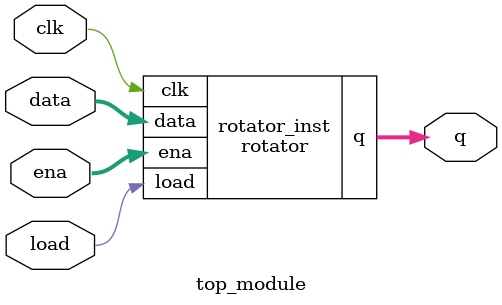
<source format=v>

module rotator (
    input clk,
    input load,
    input [1:0] ena,
    input [99:0] data,
    output [99:0] q);

    reg [99:0] shift_reg;
    wire [99:0] shifted_data;

    assign shifted_data = {shift_reg[0], shift_reg[99:1]};

    always @(posedge clk) begin
        if (load) begin
            shift_reg <= data;
        end else begin
            case (ena)
                2'b00: shift_reg <= shifted_data;
                2'b01: shift_reg <= {shift_reg[99], shift_reg[99:1]};
                2'b10: shift_reg <= {shift_reg[0], shift_reg[99:1]};
                2'b11: shift_reg <= shift_reg;
            endcase
        end
    end

    assign q = shift_reg;
endmodule
module top_module(
    input clk,
    input load,
    input [1:0] ena,
    input [99:0] data,
    output [99:0] q);

    rotator rotator_inst(
        .clk(clk),
        .load(load),
        .ena(ena),
        .data(data),
        .q(q)
    );

endmodule
</source>
